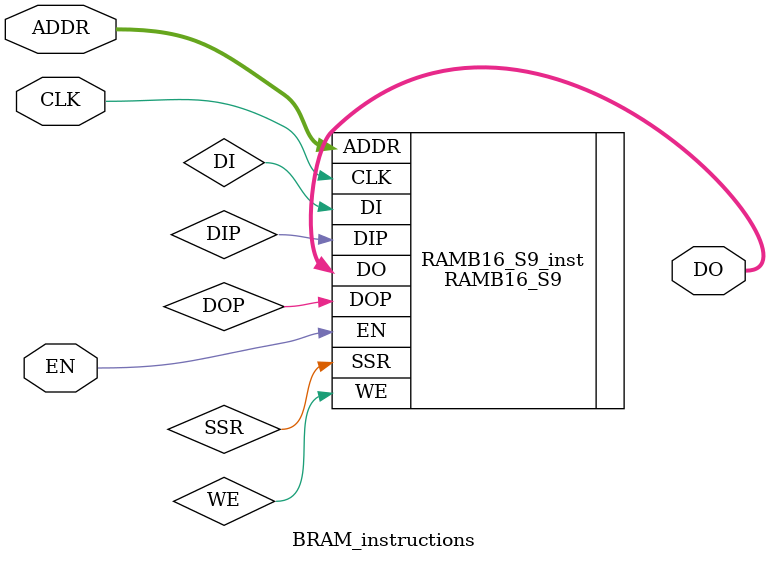
<source format=v>
`timescale 1ns / 1ps

module BRAM_instructions(
	input CLK,
	input [10:0] ADDR,
	input EN,
	output [7:0] DO);
//0:Function Set    		0000101000 		0x28
//1:Entry Mode Set  		0000000110 		0x06
//2:Display On/Off  		0000001100 		0x0C
//3:Clear Display   		0000000001 		0x01
//4: -Blank-        		0000000000 		0x00		Wait 1,64ms 

//5: CGRAM SET  ADRESS  0001 000 001  	0x41	{rs,rw,7,6,5,4,3,2,1,0} //Implemented on the hypothesys that every WRITE CHAR will iterate CGRAM Memory address by 1 (meaning next row on the 5x8bitmap)    
//6: INSERT " ^ " 	   1000011111		0x1F

//7: CGRAM SET  ADRESS  0001 001 001  0x49    
//8: INSERT  "  |"  		1000010000		0x10
//9: INSERT  "  |"  		1000010000		0x10
//10: INSERT "  |"  		1000010000		0x10
//11: INSERT "  |"  		1000010000		0x10
//12: INSERT "  |"  		1000010000		0x10

//13: CGRAM SET  ADRESS 0001 010 110  0x56     
//14: INSERT " _ " 		1000011111		0x1F

//15: CGRAM SET  ADRESS 0001 011 001  0x59
//16: INSERT "|  "  		1000000001		0x01
//17: INSERT "|  "  		1000000001		0x01
//18: INSERT "|  "  		1000000001		0x01
//19: INSERT "|  "  		1000000001		0x01
//20: INSERT "|  "  		1000000001		0x01

//21: DDRAM SET  ADRESS 001 0000000 {rs,rw,7,6,5,4,3,2,1,0} rs=0 0x80
//...
//22-38: WRITE CHAR ON THE SPECIFIED ADRESS (+ITERATION)   	rs=1 0x41 until 0x50
//...
//39: DDRAM SET  ADRESS 001 011111 {rs,rw,7,6,5,4,3,2,1,0}  rs=0 0xC0
//...
//40-55: WRITE CHAR ON THE SPECIFIED ADRESS (+ITERATION)    rs=1 0x61 until 0x6F
//...
//56-59: WRITE CHAR  (rotationally every 1 second loop)   rs=1 0x00 or 0x01 or 0x02 or 0x03 
//60: -Blank-     00000000  Wait 1 second and repeat from 10th command
   RAMB16_S9 #(
      .INIT(9'h000),  // Value of output RAM registers at startup
      .SRVAL(9'h000), // Output value upon SSR assertion
      .WRITE_MODE("WRITE_FIRST"), // WRITE_FIRST, READ_FIRST or NO_CHANGE

//      .INIT_00(256'h4A_49_48_47_46_45_44_43_42_41_80_01_01_01_01_01_59_1F_56_10_10_10_10_10_49_1F_41_00_01_0C_06_28),
//      .INIT_01(256'hFF_FF_FF_FF_FF_00_03_02_01_00_6F_6E_6D_6C_6B_6A_69_68_67_66_65_64_63_62_61_C0_50_4F_4E_4D_4C_4B),
//39_38_37_36_35_34_33_32_31
      // The forllowing INIT_xx declarations specify the initial contents of the RAM
      // Address 0 to 511
      .INIT_00(256'h00_00_00_00_00_00_00_00_00_00_00_00_00_00_00_34_33_32_31_30_45_44_43_42_41_81_20_00_01_0C_06_28),
      .INIT_01(256'h00_00_00_00_00_00_00_00_00_00_00_00_00_00_00_00_00_00_00_00_00_00_00_00_00_00_00_00_00_00_00_00),
      .INIT_02(256'h00_00_00_00_00_00_00_00_00_00_00_00_00_00_00_00_00_00_00_00_00_00_00_00_00_00_00_00_00_00_00_00),
      .INIT_03(256'h00_00_00_00_00_00_00_00_00_00_00_00_00_00_00_00_00_00_00_00_00_00_00_00_00_00_00_00_00_00_00_00),
      .INIT_04(256'h00_00_00_00_00_00_00_00_00_00_00_00_00_00_00_00_00_00_00_00_00_00_00_00_00_00_00_00_00_00_00_00),
      .INIT_05(256'h00_00_00_00_00_00_00_00_00_00_00_00_00_00_00_00_00_00_00_00_00_00_00_00_00_00_00_00_00_00_00_00),
      .INIT_06(256'h00_00_00_00_00_00_00_00_00_00_00_00_00_00_00_00_00_00_00_00_00_00_00_00_00_00_00_00_00_00_00_00),
      .INIT_07(256'h00_00_00_00_00_00_00_00_00_00_00_00_00_00_00_00_00_00_00_00_00_00_00_00_00_00_00_00_00_00_00_00),
      .INIT_08(256'h00_00_00_00_00_00_00_00_00_00_00_00_00_00_00_00_00_00_00_00_00_00_00_00_00_00_00_00_00_00_00_00),
      .INIT_09(256'h00_00_00_00_00_00_00_00_00_00_00_00_00_00_00_00_00_00_00_00_00_00_00_00_00_00_00_00_00_00_00_00),
      .INIT_0A(256'h00_00_00_00_00_00_00_00_00_00_00_00_00_00_00_00_00_00_00_00_00_00_00_00_00_00_00_00_00_00_00_00),
      .INIT_0B(256'h00_00_00_00_00_00_00_00_00_00_00_00_00_00_00_00_00_00_00_00_00_00_00_00_00_00_00_00_00_00_00_00),
      .INIT_0C(256'h00_00_00_00_00_00_00_00_00_00_00_00_00_00_00_00_00_00_00_00_00_00_00_00_00_00_00_00_00_00_00_00),
      .INIT_0D(256'h00_00_00_00_00_00_00_00_00_00_00_00_00_00_00_00_00_00_00_00_00_00_00_00_00_00_00_00_00_00_00_00),
      .INIT_0E(256'h00_00_00_00_00_00_00_00_00_00_00_00_00_00_00_00_00_00_00_00_00_00_00_00_00_00_00_00_00_00_00_00),
      .INIT_0F(256'h00_00_00_00_00_00_00_00_00_00_00_00_00_00_00_00_00_00_00_00_00_00_00_00_00_00_00_00_00_00_00_00),
      // Address 512 to 1023
      .INIT_10(256'h00_00_00_00_00_00_00_00_00_00_00_00_00_00_00_00_00_00_00_00_00_00_00_00_00_00_00_00_00_00_00_00),
      .INIT_11(256'h00_00_00_00_00_00_00_00_00_00_00_00_00_00_00_00_00_00_00_00_00_00_00_00_00_00_00_00_00_00_00_00),
      .INIT_12(256'h00_00_00_00_00_00_00_00_00_00_00_00_00_00_00_00_00_00_00_00_00_00_00_00_00_00_00_00_00_00_00_00),
      .INIT_13(256'h00_00_00_00_00_00_00_00_00_00_00_00_00_00_00_00_00_00_00_00_00_00_00_00_00_00_00_00_00_00_00_00),
      .INIT_14(256'h00_00_00_00_00_00_00_00_00_00_00_00_00_00_00_00_00_00_00_00_00_00_00_00_00_00_00_00_00_00_00_00),
      .INIT_15(256'h00_00_00_00_00_00_00_00_00_00_00_00_00_00_00_00_00_00_00_00_00_00_00_00_00_00_00_00_00_00_00_00),
      .INIT_16(256'h00_00_00_00_00_00_00_00_00_00_00_00_00_00_00_00_00_00_00_00_00_00_00_00_00_00_00_00_00_00_00_00),
      .INIT_17(256'h00_00_00_00_00_00_00_00_00_00_00_00_00_00_00_00_00_00_00_00_00_00_00_00_00_00_00_00_00_00_00_00),
      .INIT_18(256'h00_00_00_00_00_00_00_00_00_00_00_00_00_00_00_00_00_00_00_00_00_00_00_00_00_00_00_00_00_00_00_00),
      .INIT_19(256'h00_00_00_00_00_00_00_00_00_00_00_00_00_00_00_00_00_00_00_00_00_00_00_00_00_00_00_00_00_00_00_00),
      .INIT_1A(256'h00_00_00_00_00_00_00_00_00_00_00_00_00_00_00_00_00_00_00_00_00_00_00_00_00_00_00_00_00_00_00_00),
      .INIT_1B(256'h00_00_00_00_00_00_00_00_00_00_00_00_00_00_00_00_00_00_00_00_00_00_00_00_00_00_00_00_00_00_00_00),
      .INIT_1C(256'h00_00_00_00_00_00_00_00_00_00_00_00_00_00_00_00_00_00_00_00_00_00_00_00_00_00_00_00_00_00_00_00),
      .INIT_1D(256'h00_00_00_00_00_00_00_00_00_00_00_00_00_00_00_00_00_00_00_00_00_00_00_00_00_00_00_00_00_00_00_00),
      .INIT_1E(256'h00_00_00_00_00_00_00_00_00_00_00_00_00_00_00_00_00_00_00_00_00_00_00_00_00_00_00_00_00_00_00_00),
      .INIT_1F(256'h00_00_00_00_00_00_00_00_00_00_00_00_00_00_00_00_00_00_00_00_00_00_00_00_00_00_00_00_00_00_00_00),
      // Address 1024 to 1535
      .INIT_20(256'h00_00_00_00_00_00_00_00_00_00_00_00_00_00_00_00_00_00_00_00_00_00_00_00_00_00_00_00_00_00_00_00),
      .INIT_21(256'h00_00_00_00_00_00_00_00_00_00_00_00_00_00_00_00_00_00_00_00_00_00_00_00_00_00_00_00_00_00_00_00),
      .INIT_22(256'h00_00_00_00_00_00_00_00_00_00_00_00_00_00_00_00_00_00_00_00_00_00_00_00_00_00_00_00_00_00_00_00),
      .INIT_23(256'h00_00_00_00_00_00_00_00_00_00_00_00_00_00_00_00_00_00_00_00_00_00_00_00_00_00_00_00_00_00_00_00),
      .INIT_24(256'h00_00_00_00_00_00_00_00_00_00_00_00_00_00_00_00_00_00_00_00_00_00_00_00_00_00_00_00_00_00_00_00),
      .INIT_25(256'h00_00_00_00_00_00_00_00_00_00_00_00_00_00_00_00_00_00_00_00_00_00_00_00_00_00_00_00_00_00_00_00),
      .INIT_26(256'h00_00_00_00_00_00_00_00_00_00_00_00_00_00_00_00_00_00_00_00_00_00_00_00_00_00_00_00_00_00_00_00),
      .INIT_27(256'h00_00_00_00_00_00_00_00_00_00_00_00_00_00_00_00_00_00_00_00_00_00_00_00_00_00_00_00_00_00_00_00),
      .INIT_28(256'h00_00_00_00_00_00_00_00_00_00_00_00_00_00_00_00_00_00_00_00_00_00_00_00_00_00_00_00_00_00_00_00),
      .INIT_29(256'h00_00_00_00_00_00_00_00_00_00_00_00_00_00_00_00_00_00_00_00_00_00_00_00_00_00_00_00_00_00_00_00),
      .INIT_2A(256'h00_00_00_00_00_00_00_00_00_00_00_00_00_00_00_00_00_00_00_00_00_00_00_00_00_00_00_00_00_00_00_00),
      .INIT_2B(256'h00_00_00_00_00_00_00_00_00_00_00_00_00_00_00_00_00_00_00_00_00_00_00_00_00_00_00_00_00_00_00_00),
      .INIT_2C(256'h00_00_00_00_00_00_00_00_00_00_00_00_00_00_00_00_00_00_00_00_00_00_00_00_00_00_00_00_00_00_00_00),
      .INIT_2D(256'h00_00_00_00_00_00_00_00_00_00_00_00_00_00_00_00_00_00_00_00_00_00_00_00_00_00_00_00_00_00_00_00),
      .INIT_2E(256'h00_00_00_00_00_00_00_00_00_00_00_00_00_00_00_00_00_00_00_00_00_00_00_00_00_00_00_00_00_00_00_00),
      .INIT_2F(256'h00_00_00_00_00_00_00_00_00_00_00_00_00_00_00_00_00_00_00_00_00_00_00_00_00_00_00_00_00_00_00_00),
      // Address 1536 to 2047
      .INIT_30(256'h00_00_00_00_00_00_00_00_00_00_00_00_00_00_00_00_00_00_00_00_00_00_00_00_00_00_00_00_00_00_00_00),
      .INIT_31(256'h00_00_00_00_00_00_00_00_00_00_00_00_00_00_00_00_00_00_00_00_00_00_00_00_00_00_00_00_00_00_00_00),
      .INIT_32(256'h00_00_00_00_00_00_00_00_00_00_00_00_00_00_00_00_00_00_00_00_00_00_00_00_00_00_00_00_00_00_00_00),
      .INIT_33(256'h00_00_00_00_00_00_00_00_00_00_00_00_00_00_00_00_00_00_00_00_00_00_00_00_00_00_00_00_00_00_00_00),
      .INIT_34(256'h00_00_00_00_00_00_00_00_00_00_00_00_00_00_00_00_00_00_00_00_00_00_00_00_00_00_00_00_00_00_00_00),
      .INIT_35(256'h00_00_00_00_00_00_00_00_00_00_00_00_00_00_00_00_00_00_00_00_00_00_00_00_00_00_00_00_00_00_00_00),
      .INIT_36(256'h00_00_00_00_00_00_00_00_00_00_00_00_00_00_00_00_00_00_00_00_00_00_00_00_00_00_00_00_00_00_00_00),
      .INIT_37(256'h00_00_00_00_00_00_00_00_00_00_00_00_00_00_00_00_00_00_00_00_00_00_00_00_00_00_00_00_00_00_00_00),
      .INIT_38(256'h00_00_00_00_00_00_00_00_00_00_00_00_00_00_00_00_00_00_00_00_00_00_00_00_00_00_00_00_00_00_00_00),
      .INIT_39(256'h00_00_00_00_00_00_00_00_00_00_00_00_00_00_00_00_00_00_00_00_00_00_00_00_00_00_00_00_00_00_00_00),
      .INIT_3A(256'h00_00_00_00_00_00_00_00_00_00_00_00_00_00_00_00_00_00_00_00_00_00_00_00_00_00_00_00_00_00_00_00),
      .INIT_3B(256'h00_00_00_00_00_00_00_00_00_00_00_00_00_00_00_00_00_00_00_00_00_00_00_00_00_00_00_00_00_00_00_00),
      .INIT_3C(256'h00_00_00_00_00_00_00_00_00_00_00_00_00_00_00_00_00_00_00_00_00_00_00_00_00_00_00_00_00_00_00_00),
      .INIT_3D(256'h00_00_00_00_00_00_00_00_00_00_00_00_00_00_00_00_00_00_00_00_00_00_00_00_00_00_00_00_00_00_00_00),
      .INIT_3E(256'h00_00_00_00_00_00_00_00_00_00_00_00_00_00_00_00_00_00_00_00_00_00_00_00_00_00_00_00_00_00_00_00),
      .INIT_3F(256'h00_00_00_00_00_00_00_00_00_00_00_00_00_00_00_00_00_00_00_00_00_00_00_00_00_00_00_00_00_00_00_00),

      // The next set of INITP_xx are for the parity bits
      // Address 0 to 511
      .INITP_00(256'h0000000000000000000000000000000000000000000000000000000000000000),
      .INITP_01(256'h0000000000000000000000000000000000000000000000000000000000000000),
      // Address 512 to 1023
      .INITP_02(256'h0000000000000000000000000000000000000000000000000000000000000000),
      .INITP_03(256'h0000000000000000000000000000000000000000000000000000000000000000),
      // Address 1024 to 1535
      .INITP_04(256'h0000000000000000000000000000000000000000000000000000000000000000),
      .INITP_05(256'h0000000000000000000000000000000000000000000000000000000000000000),
      // Address 1536 to 2047
      .INITP_06(256'h0000000000000000000000000000000000000000000000000000000000000000),
      .INITP_07(256'h0000000000000000000000000000000000000000000000000000000000000000)
   ) RAMB16_S9_inst (
      .DO(DO),      			// 8-bit Data Output
      .DOP(DOP),    // 1-bit parity Output
      .ADDR(ADDR),  			// 11-bit Address Input
      .CLK(CLK),    			// Clock
      .DI(DI),      // 8-bit Data Input
      .DIP(DIP),    // 1-bit parity Input
      .EN(EN),      			// RAM Enable Input
      .SSR(SSR),    // Synchronous Set/Reset Input
      .WE(WE)       // Write Enable Input
   );


endmodule


</source>
